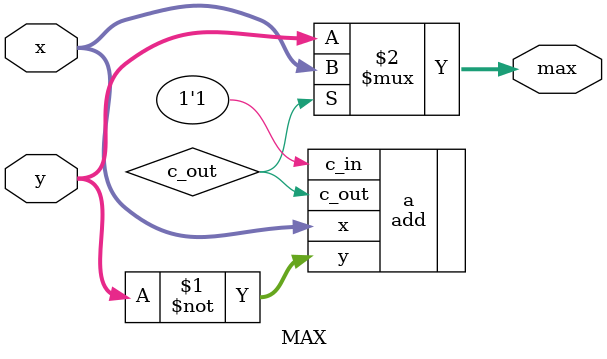
<source format=v>
module ABC(
  rfd_x, dav_x, x,
  rfd_y, dav_y, y,
  out,
  clock, reset_
); 
input dav_x, dav_y;
input[7:0] x, y;
input clock, reset_;

output out;
output rfd_x, rfd_y;

PO po(
  rfd_x, dav_x, x,
  rfd_y, dav_y, y,
  out,
  clock, reset_,
  b0, b1,
  c0, c1
);
PC pc(
  clock, reset_,
  b0, b1,
  c0, c1
);
endmodule


module PO(
  rfd_x, dav_x, x,
  rfd_y, dav_y, y,
  out,
  clock, reset_,
  b0, b1,
  c0, c1
);

input dav_x, dav_y;
input[7:0] x, y;
input clock, reset_;
input b0, b1;

output out;
output rfd_x, rfd_y;
output c0, c1;

reg OUT;
assign out = OUT;
reg RFD;
assign rfd_x = RFD;
assign rfd_y = RFD;


reg[7:0] COUNT;
wire[7:0] max; 
MAX m( .x(x), .y(y), .max(max));

assign c0 = ~(dav_x & dav_y);
assign c1 = (COUNT == 1);


always @(reset_ == 0) RFD <= 1;
always @(posedge clock) if(reset_ == 1) begin
  casex(b0)
    1: RFD <= 1;
    0: RFD <= 0;
  endcase
end

always @(reset_ == 0) OUT <= 0;
always @(posedge clock) if(reset_ == 1) begin
  casex(b1)
    1: OUT <= 1;
    0: OUT <= 0;
  endcase
end

always @(reset_ == 0) COUNT <= COUNT;
always @(posedge clock) if(reset_ == 1) begin
  casex(b1)
    1: COUNT <= COUNT - 1;
    0: COUNT <= max;
  endcase
end
endmodule

module PC(
  clock, reset_,
  b0, b1,
  c0, c1
);
input c0, c1;
input clock, reset_;
output b0, b1;

assign {b0, b1} = (STAR == S0) ? 2'b10:
                  (STAR == S1) ? 2'b00 : 2'b01;

reg[1:0] STAR;
localparam S0 = 0,
           S1 = 1,
           S2 = 2;

always @(reset_ == 0) STAR <= S0;
always @(posedge clock) begin
  casex(STAR) 
    S0: STAR <= c0 ? S1 : S0;
    S1: STAR <= ~c0 ? S2 : S1;
    S2: STAR <= c1 ? S0 : S2;
  endcase
end
endmodule

module MAX(x, y, max);
  input[7:0] x, y;
  output[7:0] max; 

  wire c_out;
  add #(.N(8)) a (
    .x(x), .y(~y), .c_in(1'b1),
    .c_out(c_out)
  );
  assign max = c_out ? x : y;
endmodule
</source>
